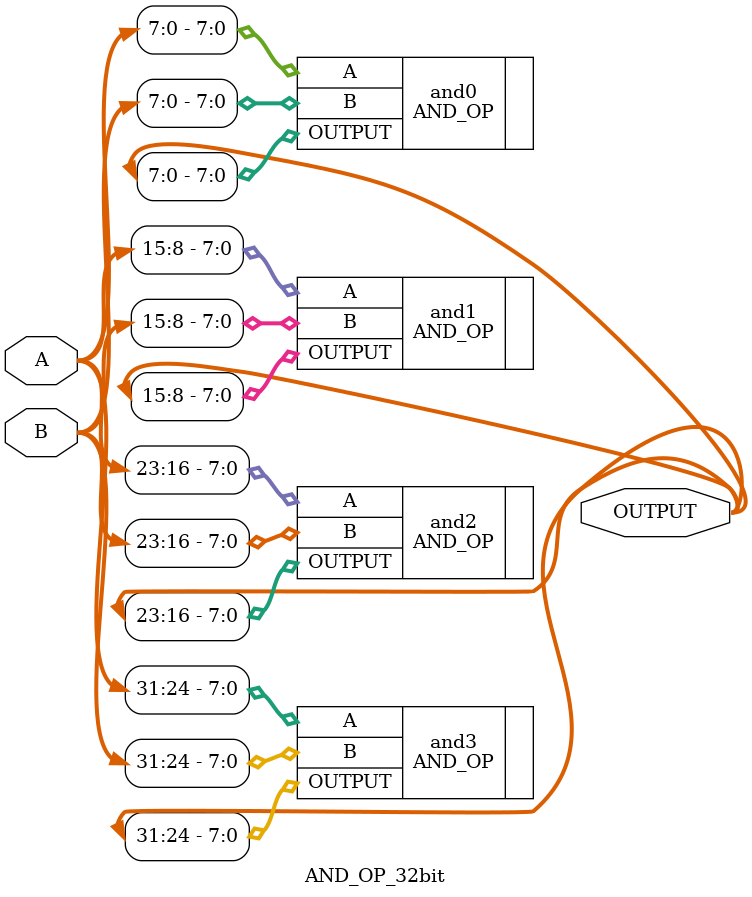
<source format=v>
`timescale 1ns / 1ps

module AND_OP_32bit(
input [31:0] A,
input [31:0] B,
output [31:0] OUTPUT
    );

    // Instantiate four 8-bit AND modules
    AND_OP and0 (.A(A[7:0]),   .B(B[7:0]),   .OUTPUT(OUTPUT[7:0]));
    AND_OP and1 (.A(A[15:8]),  .B(B[15:8]),  .OUTPUT(OUTPUT[15:8]));
    AND_OP and2 (.A(A[23:16]), .B(B[23:16]), .OUTPUT(OUTPUT[23:16]));
    AND_OP and3 (.A(A[31:24]), .B(B[31:24]), .OUTPUT(OUTPUT[31:24]));

endmodule

</source>
